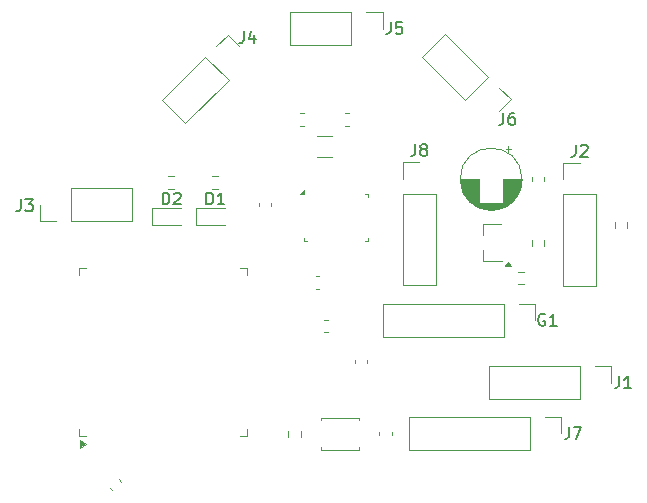
<source format=gto>
%TF.GenerationSoftware,KiCad,Pcbnew,9.0.6*%
%TF.CreationDate,2026-02-04T04:17:41+01:00*%
%TF.ProjectId,lidar,6c696461-722e-46b6-9963-61645f706362,rev?*%
%TF.SameCoordinates,Original*%
%TF.FileFunction,Legend,Top*%
%TF.FilePolarity,Positive*%
%FSLAX46Y46*%
G04 Gerber Fmt 4.6, Leading zero omitted, Abs format (unit mm)*
G04 Created by KiCad (PCBNEW 9.0.6) date 2026-02-04 04:17:41*
%MOMM*%
%LPD*%
G01*
G04 APERTURE LIST*
%ADD10C,0.153000*%
%ADD11C,0.120000*%
%ADD12C,0.100000*%
G04 APERTURE END LIST*
D10*
X156686666Y-93784663D02*
X156686666Y-94498948D01*
X156686666Y-94498948D02*
X156639047Y-94641805D01*
X156639047Y-94641805D02*
X156543809Y-94737044D01*
X156543809Y-94737044D02*
X156400952Y-94784663D01*
X156400952Y-94784663D02*
X156305714Y-94784663D01*
X157305714Y-94213234D02*
X157210476Y-94165615D01*
X157210476Y-94165615D02*
X157162857Y-94117996D01*
X157162857Y-94117996D02*
X157115238Y-94022758D01*
X157115238Y-94022758D02*
X157115238Y-93975139D01*
X157115238Y-93975139D02*
X157162857Y-93879901D01*
X157162857Y-93879901D02*
X157210476Y-93832282D01*
X157210476Y-93832282D02*
X157305714Y-93784663D01*
X157305714Y-93784663D02*
X157496190Y-93784663D01*
X157496190Y-93784663D02*
X157591428Y-93832282D01*
X157591428Y-93832282D02*
X157639047Y-93879901D01*
X157639047Y-93879901D02*
X157686666Y-93975139D01*
X157686666Y-93975139D02*
X157686666Y-94022758D01*
X157686666Y-94022758D02*
X157639047Y-94117996D01*
X157639047Y-94117996D02*
X157591428Y-94165615D01*
X157591428Y-94165615D02*
X157496190Y-94213234D01*
X157496190Y-94213234D02*
X157305714Y-94213234D01*
X157305714Y-94213234D02*
X157210476Y-94260853D01*
X157210476Y-94260853D02*
X157162857Y-94308472D01*
X157162857Y-94308472D02*
X157115238Y-94403710D01*
X157115238Y-94403710D02*
X157115238Y-94594186D01*
X157115238Y-94594186D02*
X157162857Y-94689424D01*
X157162857Y-94689424D02*
X157210476Y-94737044D01*
X157210476Y-94737044D02*
X157305714Y-94784663D01*
X157305714Y-94784663D02*
X157496190Y-94784663D01*
X157496190Y-94784663D02*
X157591428Y-94737044D01*
X157591428Y-94737044D02*
X157639047Y-94689424D01*
X157639047Y-94689424D02*
X157686666Y-94594186D01*
X157686666Y-94594186D02*
X157686666Y-94403710D01*
X157686666Y-94403710D02*
X157639047Y-94308472D01*
X157639047Y-94308472D02*
X157591428Y-94260853D01*
X157591428Y-94260853D02*
X157496190Y-94213234D01*
X135299405Y-98892163D02*
X135299405Y-97892163D01*
X135299405Y-97892163D02*
X135537500Y-97892163D01*
X135537500Y-97892163D02*
X135680357Y-97939782D01*
X135680357Y-97939782D02*
X135775595Y-98035020D01*
X135775595Y-98035020D02*
X135823214Y-98130258D01*
X135823214Y-98130258D02*
X135870833Y-98320734D01*
X135870833Y-98320734D02*
X135870833Y-98463591D01*
X135870833Y-98463591D02*
X135823214Y-98654067D01*
X135823214Y-98654067D02*
X135775595Y-98749305D01*
X135775595Y-98749305D02*
X135680357Y-98844544D01*
X135680357Y-98844544D02*
X135537500Y-98892163D01*
X135537500Y-98892163D02*
X135299405Y-98892163D01*
X136251786Y-97987401D02*
X136299405Y-97939782D01*
X136299405Y-97939782D02*
X136394643Y-97892163D01*
X136394643Y-97892163D02*
X136632738Y-97892163D01*
X136632738Y-97892163D02*
X136727976Y-97939782D01*
X136727976Y-97939782D02*
X136775595Y-97987401D01*
X136775595Y-97987401D02*
X136823214Y-98082639D01*
X136823214Y-98082639D02*
X136823214Y-98177877D01*
X136823214Y-98177877D02*
X136775595Y-98320734D01*
X136775595Y-98320734D02*
X136204167Y-98892163D01*
X136204167Y-98892163D02*
X136823214Y-98892163D01*
X167645714Y-108202282D02*
X167550476Y-108154663D01*
X167550476Y-108154663D02*
X167407619Y-108154663D01*
X167407619Y-108154663D02*
X167264762Y-108202282D01*
X167264762Y-108202282D02*
X167169524Y-108297520D01*
X167169524Y-108297520D02*
X167121905Y-108392758D01*
X167121905Y-108392758D02*
X167074286Y-108583234D01*
X167074286Y-108583234D02*
X167074286Y-108726091D01*
X167074286Y-108726091D02*
X167121905Y-108916567D01*
X167121905Y-108916567D02*
X167169524Y-109011805D01*
X167169524Y-109011805D02*
X167264762Y-109107044D01*
X167264762Y-109107044D02*
X167407619Y-109154663D01*
X167407619Y-109154663D02*
X167502857Y-109154663D01*
X167502857Y-109154663D02*
X167645714Y-109107044D01*
X167645714Y-109107044D02*
X167693333Y-109059424D01*
X167693333Y-109059424D02*
X167693333Y-108726091D01*
X167693333Y-108726091D02*
X167502857Y-108726091D01*
X168645714Y-109154663D02*
X168074286Y-109154663D01*
X168360000Y-109154663D02*
X168360000Y-108154663D01*
X168360000Y-108154663D02*
X168264762Y-108297520D01*
X168264762Y-108297520D02*
X168169524Y-108392758D01*
X168169524Y-108392758D02*
X168074286Y-108440377D01*
X142145631Y-84231749D02*
X142145631Y-84946034D01*
X142145631Y-84946034D02*
X142098012Y-85088891D01*
X142098012Y-85088891D02*
X142002774Y-85184130D01*
X142002774Y-85184130D02*
X141859917Y-85231749D01*
X141859917Y-85231749D02*
X141764679Y-85231749D01*
X143050393Y-84565082D02*
X143050393Y-85231749D01*
X142812298Y-84184130D02*
X142574203Y-84898415D01*
X142574203Y-84898415D02*
X143193250Y-84898415D01*
X170266666Y-93840913D02*
X170266666Y-94555198D01*
X170266666Y-94555198D02*
X170219047Y-94698055D01*
X170219047Y-94698055D02*
X170123809Y-94793294D01*
X170123809Y-94793294D02*
X169980952Y-94840913D01*
X169980952Y-94840913D02*
X169885714Y-94840913D01*
X170695238Y-93936151D02*
X170742857Y-93888532D01*
X170742857Y-93888532D02*
X170838095Y-93840913D01*
X170838095Y-93840913D02*
X171076190Y-93840913D01*
X171076190Y-93840913D02*
X171171428Y-93888532D01*
X171171428Y-93888532D02*
X171219047Y-93936151D01*
X171219047Y-93936151D02*
X171266666Y-94031389D01*
X171266666Y-94031389D02*
X171266666Y-94126627D01*
X171266666Y-94126627D02*
X171219047Y-94269484D01*
X171219047Y-94269484D02*
X170647619Y-94840913D01*
X170647619Y-94840913D02*
X171266666Y-94840913D01*
X169706666Y-117724663D02*
X169706666Y-118438948D01*
X169706666Y-118438948D02*
X169659047Y-118581805D01*
X169659047Y-118581805D02*
X169563809Y-118677044D01*
X169563809Y-118677044D02*
X169420952Y-118724663D01*
X169420952Y-118724663D02*
X169325714Y-118724663D01*
X170087619Y-117724663D02*
X170754285Y-117724663D01*
X170754285Y-117724663D02*
X170325714Y-118724663D01*
X123286666Y-98464663D02*
X123286666Y-99178948D01*
X123286666Y-99178948D02*
X123239047Y-99321805D01*
X123239047Y-99321805D02*
X123143809Y-99417044D01*
X123143809Y-99417044D02*
X123000952Y-99464663D01*
X123000952Y-99464663D02*
X122905714Y-99464663D01*
X123667619Y-98464663D02*
X124286666Y-98464663D01*
X124286666Y-98464663D02*
X123953333Y-98845615D01*
X123953333Y-98845615D02*
X124096190Y-98845615D01*
X124096190Y-98845615D02*
X124191428Y-98893234D01*
X124191428Y-98893234D02*
X124239047Y-98940853D01*
X124239047Y-98940853D02*
X124286666Y-99036091D01*
X124286666Y-99036091D02*
X124286666Y-99274186D01*
X124286666Y-99274186D02*
X124239047Y-99369424D01*
X124239047Y-99369424D02*
X124191428Y-99417044D01*
X124191428Y-99417044D02*
X124096190Y-99464663D01*
X124096190Y-99464663D02*
X123810476Y-99464663D01*
X123810476Y-99464663D02*
X123715238Y-99417044D01*
X123715238Y-99417044D02*
X123667619Y-99369424D01*
X164145631Y-91137577D02*
X164145631Y-91851862D01*
X164145631Y-91851862D02*
X164098012Y-91994719D01*
X164098012Y-91994719D02*
X164002774Y-92089958D01*
X164002774Y-92089958D02*
X163859917Y-92137577D01*
X163859917Y-92137577D02*
X163764679Y-92137577D01*
X165050393Y-91137577D02*
X164859917Y-91137577D01*
X164859917Y-91137577D02*
X164764679Y-91185196D01*
X164764679Y-91185196D02*
X164717060Y-91232815D01*
X164717060Y-91232815D02*
X164621822Y-91375672D01*
X164621822Y-91375672D02*
X164574203Y-91566148D01*
X164574203Y-91566148D02*
X164574203Y-91947100D01*
X164574203Y-91947100D02*
X164621822Y-92042338D01*
X164621822Y-92042338D02*
X164669441Y-92089958D01*
X164669441Y-92089958D02*
X164764679Y-92137577D01*
X164764679Y-92137577D02*
X164955155Y-92137577D01*
X164955155Y-92137577D02*
X165050393Y-92089958D01*
X165050393Y-92089958D02*
X165098012Y-92042338D01*
X165098012Y-92042338D02*
X165145631Y-91947100D01*
X165145631Y-91947100D02*
X165145631Y-91709005D01*
X165145631Y-91709005D02*
X165098012Y-91613767D01*
X165098012Y-91613767D02*
X165050393Y-91566148D01*
X165050393Y-91566148D02*
X164955155Y-91518529D01*
X164955155Y-91518529D02*
X164764679Y-91518529D01*
X164764679Y-91518529D02*
X164669441Y-91566148D01*
X164669441Y-91566148D02*
X164621822Y-91613767D01*
X164621822Y-91613767D02*
X164574203Y-91709005D01*
X154586666Y-83454663D02*
X154586666Y-84168948D01*
X154586666Y-84168948D02*
X154539047Y-84311805D01*
X154539047Y-84311805D02*
X154443809Y-84407044D01*
X154443809Y-84407044D02*
X154300952Y-84454663D01*
X154300952Y-84454663D02*
X154205714Y-84454663D01*
X155539047Y-83454663D02*
X155062857Y-83454663D01*
X155062857Y-83454663D02*
X155015238Y-83930853D01*
X155015238Y-83930853D02*
X155062857Y-83883234D01*
X155062857Y-83883234D02*
X155158095Y-83835615D01*
X155158095Y-83835615D02*
X155396190Y-83835615D01*
X155396190Y-83835615D02*
X155491428Y-83883234D01*
X155491428Y-83883234D02*
X155539047Y-83930853D01*
X155539047Y-83930853D02*
X155586666Y-84026091D01*
X155586666Y-84026091D02*
X155586666Y-84264186D01*
X155586666Y-84264186D02*
X155539047Y-84359424D01*
X155539047Y-84359424D02*
X155491428Y-84407044D01*
X155491428Y-84407044D02*
X155396190Y-84454663D01*
X155396190Y-84454663D02*
X155158095Y-84454663D01*
X155158095Y-84454663D02*
X155062857Y-84407044D01*
X155062857Y-84407044D02*
X155015238Y-84359424D01*
X173946666Y-113434663D02*
X173946666Y-114148948D01*
X173946666Y-114148948D02*
X173899047Y-114291805D01*
X173899047Y-114291805D02*
X173803809Y-114387044D01*
X173803809Y-114387044D02*
X173660952Y-114434663D01*
X173660952Y-114434663D02*
X173565714Y-114434663D01*
X174946666Y-114434663D02*
X174375238Y-114434663D01*
X174660952Y-114434663D02*
X174660952Y-113434663D01*
X174660952Y-113434663D02*
X174565714Y-113577520D01*
X174565714Y-113577520D02*
X174470476Y-113672758D01*
X174470476Y-113672758D02*
X174375238Y-113720377D01*
X138999405Y-98892163D02*
X138999405Y-97892163D01*
X138999405Y-97892163D02*
X139237500Y-97892163D01*
X139237500Y-97892163D02*
X139380357Y-97939782D01*
X139380357Y-97939782D02*
X139475595Y-98035020D01*
X139475595Y-98035020D02*
X139523214Y-98130258D01*
X139523214Y-98130258D02*
X139570833Y-98320734D01*
X139570833Y-98320734D02*
X139570833Y-98463591D01*
X139570833Y-98463591D02*
X139523214Y-98654067D01*
X139523214Y-98654067D02*
X139475595Y-98749305D01*
X139475595Y-98749305D02*
X139380357Y-98844544D01*
X139380357Y-98844544D02*
X139237500Y-98892163D01*
X139237500Y-98892163D02*
X138999405Y-98892163D01*
X140523214Y-98892163D02*
X139951786Y-98892163D01*
X140237500Y-98892163D02*
X140237500Y-97892163D01*
X140237500Y-97892163D02*
X140142262Y-98035020D01*
X140142262Y-98035020D02*
X140047024Y-98130258D01*
X140047024Y-98130258D02*
X139951786Y-98177877D01*
D11*
%TO.C,U2*%
X147290000Y-102010000D02*
X147290000Y-101750000D01*
X147290000Y-102010000D02*
X147550000Y-102010000D01*
X152710000Y-97990000D02*
X152450000Y-97990000D01*
X152710000Y-97990000D02*
X152710000Y-98250000D01*
X152710000Y-102010000D02*
X152450000Y-102010000D01*
X152710000Y-102010000D02*
X152710000Y-101750000D01*
D12*
X147290000Y-97990000D02*
X146930000Y-97990000D01*
X147290000Y-97630000D01*
X147290000Y-97990000D01*
G36*
X147290000Y-97990000D02*
G01*
X146930000Y-97990000D01*
X147290000Y-97630000D01*
X147290000Y-97990000D01*
G37*
D11*
%TO.C,C9*%
X151046267Y-91190000D02*
X150753733Y-91190000D01*
X151046267Y-92210000D02*
X150753733Y-92210000D01*
%TO.C,Y2*%
X149675000Y-93125000D02*
X148325000Y-93125000D01*
X149675000Y-94875000D02*
X148325000Y-94875000D01*
%TO.C,R3*%
X135732776Y-96515000D02*
X136242224Y-96515000D01*
X135732776Y-97560000D02*
X136242224Y-97560000D01*
%TO.C,C8*%
X143490000Y-98741233D02*
X143490000Y-99033767D01*
X144510000Y-98741233D02*
X144510000Y-99033767D01*
%TO.C,U1*%
X128227500Y-104290000D02*
X128802500Y-104290000D01*
X128227500Y-104865000D02*
X128227500Y-104290000D01*
X128227500Y-118510000D02*
X128227500Y-117935000D01*
X128802500Y-118510000D02*
X128227500Y-118510000D01*
X141872500Y-104290000D02*
X142447500Y-104290000D01*
X142447500Y-104290000D02*
X142447500Y-104865000D01*
X142447500Y-117935000D02*
X142447500Y-118510000D01*
X142447500Y-118510000D02*
X141872500Y-118510000D01*
X128797500Y-119150000D02*
X128327500Y-119490000D01*
X128327500Y-118810000D01*
X128797500Y-119150000D01*
G36*
X128797500Y-119150000D02*
G01*
X128327500Y-119490000D01*
X128327500Y-118810000D01*
X128797500Y-119150000D01*
G37*
%TO.C,R4*%
X166577500Y-102390974D02*
X166577500Y-101881526D01*
X167622500Y-102390974D02*
X167622500Y-101881526D01*
%TO.C,C3*%
X151577500Y-112333767D02*
X151577500Y-112041233D01*
X152597500Y-112333767D02*
X152597500Y-112041233D01*
%TO.C,J8*%
X155640000Y-95330000D02*
X157020000Y-95330000D01*
X155640000Y-96710000D02*
X155640000Y-95330000D01*
X155640000Y-97980000D02*
X155640000Y-105710000D01*
X155640000Y-97980000D02*
X158400000Y-97980000D01*
X155640000Y-105710000D02*
X158400000Y-105710000D01*
X158400000Y-97980000D02*
X158400000Y-105710000D01*
%TO.C,Q1*%
X162440000Y-100556250D02*
X162440000Y-101486250D01*
X162440000Y-100556250D02*
X163900000Y-100556250D01*
X162440000Y-103716250D02*
X162440000Y-102786250D01*
X163240000Y-103716250D02*
X162440000Y-103716250D01*
X163240000Y-103716250D02*
X164040000Y-103716250D01*
X164780000Y-104076250D02*
X164300000Y-104076250D01*
X164540000Y-103746250D01*
X164780000Y-104076250D01*
G36*
X164780000Y-104076250D02*
G01*
X164300000Y-104076250D01*
X164540000Y-103746250D01*
X164780000Y-104076250D01*
G37*
%TO.C,C10*%
X146953733Y-91190000D02*
X147246267Y-91190000D01*
X146953733Y-92210000D02*
X147246267Y-92210000D01*
%TO.C,C4*%
X131042802Y-123094051D02*
X130835949Y-122887198D01*
X131764051Y-122372802D02*
X131557198Y-122165949D01*
%TO.C,D2*%
X134377500Y-99202500D02*
X134377500Y-100672500D01*
X134377500Y-100672500D02*
X136837500Y-100672500D01*
X136837500Y-99202500D02*
X134377500Y-99202500D01*
%TO.C,R6*%
X173577500Y-100860974D02*
X173577500Y-100351526D01*
X174622500Y-100860974D02*
X174622500Y-100351526D01*
%TO.C,G1*%
X153940000Y-107320000D02*
X153940000Y-110080000D01*
X164210000Y-107320000D02*
X153940000Y-107320000D01*
X164210000Y-107320000D02*
X164210000Y-110080000D01*
X164210000Y-110080000D02*
X153940000Y-110080000D01*
X165480000Y-107320000D02*
X166860000Y-107320000D01*
X166860000Y-107320000D02*
X166860000Y-108700000D01*
%TO.C,C5*%
X162060000Y-96747500D02*
X160520000Y-96747500D01*
X162060000Y-96787500D02*
X160520000Y-96787500D01*
X162060000Y-96827500D02*
X160521000Y-96827500D01*
X162060000Y-96867500D02*
X160523000Y-96867500D01*
X162060000Y-96907500D02*
X160525000Y-96907500D01*
X162060000Y-96947500D02*
X160528000Y-96947500D01*
X162060000Y-96987500D02*
X160531000Y-96987500D01*
X162060000Y-97027500D02*
X160535000Y-97027500D01*
X162060000Y-97067500D02*
X160540000Y-97067500D01*
X162060000Y-97107500D02*
X160545000Y-97107500D01*
X162060000Y-97147500D02*
X160551000Y-97147500D01*
X162060000Y-97187500D02*
X160557000Y-97187500D01*
X162060000Y-97227500D02*
X160564000Y-97227500D01*
X162060000Y-97267500D02*
X160572000Y-97267500D01*
X162060000Y-97307500D02*
X160581000Y-97307500D01*
X162060000Y-97347500D02*
X160590000Y-97347500D01*
X162060000Y-97387500D02*
X160599000Y-97387500D01*
X162060000Y-97427500D02*
X160610000Y-97427500D01*
X162060000Y-97467500D02*
X160621000Y-97467500D01*
X162060000Y-97507500D02*
X160633000Y-97507500D01*
X162060000Y-97547500D02*
X160645000Y-97547500D01*
X162060000Y-97587500D02*
X160658000Y-97587500D01*
X162060000Y-97627500D02*
X160672000Y-97627500D01*
X162060000Y-97667500D02*
X160687000Y-97667500D01*
X162060000Y-97707500D02*
X160702000Y-97707500D01*
X162060000Y-97747500D02*
X160718000Y-97747500D01*
X162060000Y-97787500D02*
X160735000Y-97787500D01*
X162060000Y-97827500D02*
X160753000Y-97827500D01*
X162060000Y-97867500D02*
X160771000Y-97867500D01*
X162060000Y-97907500D02*
X160791000Y-97907500D01*
X162060000Y-97947500D02*
X160811000Y-97947500D01*
X162060000Y-97987500D02*
X160832000Y-97987500D01*
X162060000Y-98027500D02*
X160854000Y-98027500D01*
X162060000Y-98067500D02*
X160877000Y-98067500D01*
X162060000Y-98107500D02*
X160901000Y-98107500D01*
X162060000Y-98147500D02*
X160925000Y-98147500D01*
X162060000Y-98187500D02*
X160951000Y-98187500D01*
X162060000Y-98227500D02*
X160978000Y-98227500D01*
X162060000Y-98267500D02*
X161006000Y-98267500D01*
X162060000Y-98307500D02*
X161035000Y-98307500D01*
X162060000Y-98347500D02*
X161065000Y-98347500D01*
X162060000Y-98387500D02*
X161097000Y-98387500D01*
X162060000Y-98427500D02*
X161130000Y-98427500D01*
X162060000Y-98467500D02*
X161164000Y-98467500D01*
X162060000Y-98507500D02*
X161199000Y-98507500D01*
X162060000Y-98547500D02*
X161236000Y-98547500D01*
X162060000Y-98587500D02*
X161275000Y-98587500D01*
X162060000Y-98627500D02*
X161315000Y-98627500D01*
X162060000Y-98667500D02*
X161357000Y-98667500D01*
X162060000Y-98707500D02*
X161401000Y-98707500D01*
X162060000Y-98747500D02*
X161448000Y-98747500D01*
X163383000Y-99347500D02*
X162817000Y-99347500D01*
X163617000Y-99307500D02*
X162583000Y-99307500D01*
X163777000Y-99267500D02*
X162423000Y-99267500D01*
X163905000Y-99227500D02*
X162295000Y-99227500D01*
X164014000Y-99187500D02*
X162186000Y-99187500D01*
X164111000Y-99147500D02*
X162089000Y-99147500D01*
X164198000Y-99107500D02*
X162002000Y-99107500D01*
X164277000Y-99067500D02*
X161923000Y-99067500D01*
X164351000Y-99027500D02*
X161849000Y-99027500D01*
X164419000Y-98987500D02*
X161781000Y-98987500D01*
X164483000Y-98947500D02*
X161717000Y-98947500D01*
X164543000Y-98907500D02*
X161657000Y-98907500D01*
X164575000Y-93942725D02*
X164575000Y-94442725D01*
X164599000Y-98867500D02*
X161601000Y-98867500D01*
X164653000Y-98827500D02*
X161547000Y-98827500D01*
X164704000Y-98787500D02*
X161496000Y-98787500D01*
X164752000Y-98747500D02*
X164140000Y-98747500D01*
X164799000Y-98707500D02*
X164140000Y-98707500D01*
X164825000Y-94192725D02*
X164325000Y-94192725D01*
X164843000Y-98667500D02*
X164140000Y-98667500D01*
X164885000Y-98627500D02*
X164140000Y-98627500D01*
X164925000Y-98587500D02*
X164140000Y-98587500D01*
X164964000Y-98547500D02*
X164140000Y-98547500D01*
X165001000Y-98507500D02*
X164140000Y-98507500D01*
X165036000Y-98467500D02*
X164140000Y-98467500D01*
X165070000Y-98427500D02*
X164140000Y-98427500D01*
X165103000Y-98387500D02*
X164140000Y-98387500D01*
X165135000Y-98347500D02*
X164140000Y-98347500D01*
X165165000Y-98307500D02*
X164140000Y-98307500D01*
X165194000Y-98267500D02*
X164140000Y-98267500D01*
X165222000Y-98227500D02*
X164140000Y-98227500D01*
X165249000Y-98187500D02*
X164140000Y-98187500D01*
X165275000Y-98147500D02*
X164140000Y-98147500D01*
X165299000Y-98107500D02*
X164140000Y-98107500D01*
X165323000Y-98067500D02*
X164140000Y-98067500D01*
X165346000Y-98027500D02*
X164140000Y-98027500D01*
X165368000Y-97987500D02*
X164140000Y-97987500D01*
X165389000Y-97947500D02*
X164140000Y-97947500D01*
X165409000Y-97907500D02*
X164140000Y-97907500D01*
X165429000Y-97867500D02*
X164140000Y-97867500D01*
X165447000Y-97827500D02*
X164140000Y-97827500D01*
X165465000Y-97787500D02*
X164140000Y-97787500D01*
X165482000Y-97747500D02*
X164140000Y-97747500D01*
X165498000Y-97707500D02*
X164140000Y-97707500D01*
X165513000Y-97667500D02*
X164140000Y-97667500D01*
X165528000Y-97627500D02*
X164140000Y-97627500D01*
X165542000Y-97587500D02*
X164140000Y-97587500D01*
X165555000Y-97547500D02*
X164140000Y-97547500D01*
X165567000Y-97507500D02*
X164140000Y-97507500D01*
X165579000Y-97467500D02*
X164140000Y-97467500D01*
X165590000Y-97427500D02*
X164140000Y-97427500D01*
X165601000Y-97387500D02*
X164140000Y-97387500D01*
X165610000Y-97347500D02*
X164140000Y-97347500D01*
X165619000Y-97307500D02*
X164140000Y-97307500D01*
X165628000Y-97267500D02*
X164140000Y-97267500D01*
X165636000Y-97227500D02*
X164140000Y-97227500D01*
X165643000Y-97187500D02*
X164140000Y-97187500D01*
X165649000Y-97147500D02*
X164140000Y-97147500D01*
X165655000Y-97107500D02*
X164140000Y-97107500D01*
X165660000Y-97067500D02*
X164140000Y-97067500D01*
X165665000Y-97027500D02*
X164140000Y-97027500D01*
X165669000Y-96987500D02*
X164140000Y-96987500D01*
X165672000Y-96947500D02*
X164140000Y-96947500D01*
X165675000Y-96907500D02*
X164140000Y-96907500D01*
X165677000Y-96867500D02*
X164140000Y-96867500D01*
X165679000Y-96827500D02*
X164140000Y-96827500D01*
X165680000Y-96747500D02*
X164140000Y-96747500D01*
X165680000Y-96787500D02*
X164140000Y-96787500D01*
X165720000Y-96747500D02*
G75*
G02*
X160480000Y-96747500I-2620000J0D01*
G01*
X160480000Y-96747500D02*
G75*
G02*
X165720000Y-96747500I2620000J0D01*
G01*
%TO.C,J4*%
X135252334Y-90052102D02*
X137203949Y-92003717D01*
X138922218Y-86382218D02*
X135252334Y-90052102D01*
X138922218Y-86382218D02*
X140873833Y-88333833D01*
X139820244Y-85484193D02*
X140796051Y-84508385D01*
X140796051Y-84508385D02*
X141771858Y-85484193D01*
X140873833Y-88333833D02*
X137203949Y-92003717D01*
%TO.C,J2*%
X169220000Y-95386250D02*
X170600000Y-95386250D01*
X169220000Y-96766250D02*
X169220000Y-95386250D01*
X169220000Y-98036250D02*
X169220000Y-105766250D01*
X169220000Y-98036250D02*
X171980000Y-98036250D01*
X169220000Y-105766250D02*
X171980000Y-105766250D01*
X171980000Y-98036250D02*
X171980000Y-105766250D01*
%TO.C,J7*%
X156120000Y-116890000D02*
X156120000Y-119650000D01*
X166390000Y-116890000D02*
X156120000Y-116890000D01*
X166390000Y-116890000D02*
X166390000Y-119650000D01*
X166390000Y-119650000D02*
X156120000Y-119650000D01*
X167660000Y-116890000D02*
X169040000Y-116890000D01*
X169040000Y-116890000D02*
X169040000Y-118270000D01*
%TO.C,C1*%
X153652500Y-118153733D02*
X153652500Y-118446267D01*
X154672500Y-118153733D02*
X154672500Y-118446267D01*
%TO.C,C6*%
X166590000Y-96601233D02*
X166590000Y-96893767D01*
X167610000Y-96601233D02*
X167610000Y-96893767D01*
%TO.C,R2*%
X139482776Y-96515000D02*
X139992224Y-96515000D01*
X139482776Y-97560000D02*
X139992224Y-97560000D01*
%TO.C,R1*%
X145940000Y-118045276D02*
X145940000Y-118554724D01*
X146985000Y-118045276D02*
X146985000Y-118554724D01*
%TO.C,C2*%
X148968733Y-108687500D02*
X149261267Y-108687500D01*
X148968733Y-109707500D02*
X149261267Y-109707500D01*
%TO.C,J3*%
X124880000Y-100290000D02*
X124880000Y-98910000D01*
X126260000Y-100290000D02*
X124880000Y-100290000D01*
X127530000Y-97530000D02*
X132720000Y-97530000D01*
X127530000Y-100290000D02*
X127530000Y-97530000D01*
X127530000Y-100290000D02*
X132720000Y-100290000D01*
X132720000Y-100290000D02*
X132720000Y-97530000D01*
%TO.C,C7*%
X148536267Y-104990000D02*
X148243733Y-104990000D01*
X148536267Y-106010000D02*
X148243733Y-106010000D01*
%TO.C,J6*%
X159203949Y-84456283D02*
X157252334Y-86407898D01*
X160922218Y-90077782D02*
X157252334Y-86407898D01*
X162873833Y-88126167D02*
X159203949Y-84456283D01*
X162873833Y-88126167D02*
X160922218Y-90077782D01*
X163771858Y-89024193D02*
X164747666Y-90000000D01*
X164747666Y-90000000D02*
X163771858Y-90975807D01*
%TO.C,J5*%
X146080000Y-82620000D02*
X146080000Y-85380000D01*
X151270000Y-82620000D02*
X146080000Y-82620000D01*
X151270000Y-82620000D02*
X151270000Y-85380000D01*
X151270000Y-85380000D02*
X146080000Y-85380000D01*
X152540000Y-82620000D02*
X153920000Y-82620000D01*
X153920000Y-82620000D02*
X153920000Y-84000000D01*
%TO.C,J1*%
X162900000Y-112600000D02*
X162900000Y-115360000D01*
X170630000Y-112600000D02*
X162900000Y-112600000D01*
X170630000Y-112600000D02*
X170630000Y-115360000D01*
X170630000Y-115360000D02*
X162900000Y-115360000D01*
X171900000Y-112600000D02*
X173280000Y-112600000D01*
X173280000Y-112600000D02*
X173280000Y-113980000D01*
%TO.C,R5*%
X165867224Y-104576250D02*
X165357776Y-104576250D01*
X165867224Y-105621250D02*
X165357776Y-105621250D01*
D12*
%TO.C,SW1*%
X148700000Y-116950000D02*
X148700000Y-117150000D01*
X148700000Y-116950000D02*
X151900000Y-116950000D01*
X148700000Y-119650000D02*
X148700000Y-119450000D01*
X151900000Y-116950000D02*
X151900000Y-117150000D01*
X151900000Y-119650000D02*
X148700000Y-119650000D01*
X151900000Y-119650000D02*
X151900000Y-119450000D01*
D11*
%TO.C,D1*%
X138077500Y-99202500D02*
X138077500Y-100672500D01*
X138077500Y-100672500D02*
X140537500Y-100672500D01*
X140537500Y-99202500D02*
X138077500Y-99202500D01*
%TD*%
M02*

</source>
